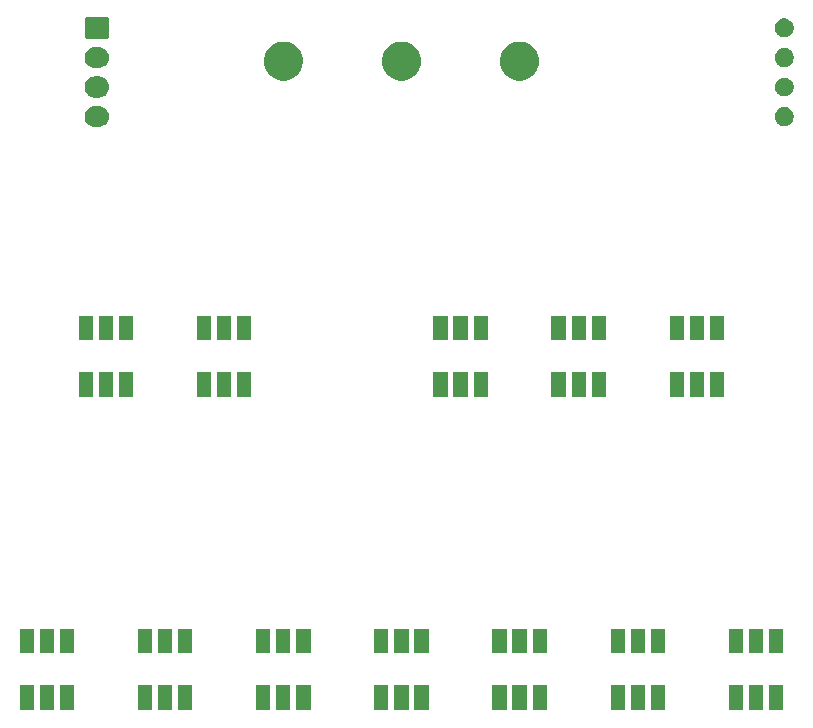
<source format=gbr>
G04 #@! TF.GenerationSoftware,KiCad,Pcbnew,(5.1.0)-1*
G04 #@! TF.CreationDate,2019-08-05T10:11:54+09:00*
G04 #@! TF.ProjectId,APA102,41504131-3032-42e6-9b69-6361645f7063,rev?*
G04 #@! TF.SameCoordinates,Original*
G04 #@! TF.FileFunction,Soldermask,Top*
G04 #@! TF.FilePolarity,Negative*
%FSLAX46Y46*%
G04 Gerber Fmt 4.6, Leading zero omitted, Abs format (unit mm)*
G04 Created by KiCad (PCBNEW (5.1.0)-1) date 2019-08-05 10:11:54*
%MOMM*%
%LPD*%
G04 APERTURE LIST*
%ADD10C,0.100000*%
G04 APERTURE END LIST*
D10*
G36*
X107301000Y-91451000D02*
G01*
X106099000Y-91451000D01*
X106099000Y-89349000D01*
X107301000Y-89349000D01*
X107301000Y-91451000D01*
X107301000Y-91451000D01*
G37*
G36*
X125601000Y-91451000D02*
G01*
X124399000Y-91451000D01*
X124399000Y-89349000D01*
X125601000Y-89349000D01*
X125601000Y-91451000D01*
X125601000Y-91451000D01*
G37*
G36*
X133901000Y-91451000D02*
G01*
X132699000Y-91451000D01*
X132699000Y-89349000D01*
X133901000Y-89349000D01*
X133901000Y-91451000D01*
X133901000Y-91451000D01*
G37*
G36*
X135601000Y-91451000D02*
G01*
X134399000Y-91451000D01*
X134399000Y-89349000D01*
X135601000Y-89349000D01*
X135601000Y-91451000D01*
X135601000Y-91451000D01*
G37*
G36*
X147301000Y-91451000D02*
G01*
X146099000Y-91451000D01*
X146099000Y-89349000D01*
X147301000Y-89349000D01*
X147301000Y-91451000D01*
X147301000Y-91451000D01*
G37*
G36*
X145601000Y-91451000D02*
G01*
X144399000Y-91451000D01*
X144399000Y-89349000D01*
X145601000Y-89349000D01*
X145601000Y-91451000D01*
X145601000Y-91451000D01*
G37*
G36*
X143901000Y-91451000D02*
G01*
X142699000Y-91451000D01*
X142699000Y-89349000D01*
X143901000Y-89349000D01*
X143901000Y-91451000D01*
X143901000Y-91451000D01*
G37*
G36*
X137301000Y-91451000D02*
G01*
X136099000Y-91451000D01*
X136099000Y-89349000D01*
X137301000Y-89349000D01*
X137301000Y-91451000D01*
X137301000Y-91451000D01*
G37*
G36*
X157301000Y-91451000D02*
G01*
X156099000Y-91451000D01*
X156099000Y-89349000D01*
X157301000Y-89349000D01*
X157301000Y-91451000D01*
X157301000Y-91451000D01*
G37*
G36*
X155601000Y-91451000D02*
G01*
X154399000Y-91451000D01*
X154399000Y-89349000D01*
X155601000Y-89349000D01*
X155601000Y-91451000D01*
X155601000Y-91451000D01*
G37*
G36*
X153901000Y-91451000D02*
G01*
X152699000Y-91451000D01*
X152699000Y-89349000D01*
X153901000Y-89349000D01*
X153901000Y-91451000D01*
X153901000Y-91451000D01*
G37*
G36*
X117301000Y-91451000D02*
G01*
X116099000Y-91451000D01*
X116099000Y-89349000D01*
X117301000Y-89349000D01*
X117301000Y-91451000D01*
X117301000Y-91451000D01*
G37*
G36*
X123901000Y-91451000D02*
G01*
X122699000Y-91451000D01*
X122699000Y-89349000D01*
X123901000Y-89349000D01*
X123901000Y-91451000D01*
X123901000Y-91451000D01*
G37*
G36*
X163901000Y-91451000D02*
G01*
X162699000Y-91451000D01*
X162699000Y-89349000D01*
X163901000Y-89349000D01*
X163901000Y-91451000D01*
X163901000Y-91451000D01*
G37*
G36*
X165601000Y-91451000D02*
G01*
X164399000Y-91451000D01*
X164399000Y-89349000D01*
X165601000Y-89349000D01*
X165601000Y-91451000D01*
X165601000Y-91451000D01*
G37*
G36*
X167301000Y-91451000D02*
G01*
X166099000Y-91451000D01*
X166099000Y-89349000D01*
X167301000Y-89349000D01*
X167301000Y-91451000D01*
X167301000Y-91451000D01*
G37*
G36*
X115601000Y-91451000D02*
G01*
X114399000Y-91451000D01*
X114399000Y-89349000D01*
X115601000Y-89349000D01*
X115601000Y-91451000D01*
X115601000Y-91451000D01*
G37*
G36*
X113901000Y-91451000D02*
G01*
X112699000Y-91451000D01*
X112699000Y-89349000D01*
X113901000Y-89349000D01*
X113901000Y-91451000D01*
X113901000Y-91451000D01*
G37*
G36*
X103901000Y-91451000D02*
G01*
X102699000Y-91451000D01*
X102699000Y-89349000D01*
X103901000Y-89349000D01*
X103901000Y-91451000D01*
X103901000Y-91451000D01*
G37*
G36*
X105601000Y-91451000D02*
G01*
X104399000Y-91451000D01*
X104399000Y-89349000D01*
X105601000Y-89349000D01*
X105601000Y-91451000D01*
X105601000Y-91451000D01*
G37*
G36*
X127301000Y-91451000D02*
G01*
X126099000Y-91451000D01*
X126099000Y-89349000D01*
X127301000Y-89349000D01*
X127301000Y-91451000D01*
X127301000Y-91451000D01*
G37*
G36*
X163901000Y-86651000D02*
G01*
X162699000Y-86651000D01*
X162699000Y-84549000D01*
X163901000Y-84549000D01*
X163901000Y-86651000D01*
X163901000Y-86651000D01*
G37*
G36*
X105601000Y-86651000D02*
G01*
X104399000Y-86651000D01*
X104399000Y-84549000D01*
X105601000Y-84549000D01*
X105601000Y-86651000D01*
X105601000Y-86651000D01*
G37*
G36*
X113901000Y-86651000D02*
G01*
X112699000Y-86651000D01*
X112699000Y-84549000D01*
X113901000Y-84549000D01*
X113901000Y-86651000D01*
X113901000Y-86651000D01*
G37*
G36*
X165601000Y-86651000D02*
G01*
X164399000Y-86651000D01*
X164399000Y-84549000D01*
X165601000Y-84549000D01*
X165601000Y-86651000D01*
X165601000Y-86651000D01*
G37*
G36*
X167301000Y-86651000D02*
G01*
X166099000Y-86651000D01*
X166099000Y-84549000D01*
X167301000Y-84549000D01*
X167301000Y-86651000D01*
X167301000Y-86651000D01*
G37*
G36*
X143901000Y-86651000D02*
G01*
X142699000Y-86651000D01*
X142699000Y-84549000D01*
X143901000Y-84549000D01*
X143901000Y-86651000D01*
X143901000Y-86651000D01*
G37*
G36*
X145601000Y-86651000D02*
G01*
X144399000Y-86651000D01*
X144399000Y-84549000D01*
X145601000Y-84549000D01*
X145601000Y-86651000D01*
X145601000Y-86651000D01*
G37*
G36*
X147301000Y-86651000D02*
G01*
X146099000Y-86651000D01*
X146099000Y-84549000D01*
X147301000Y-84549000D01*
X147301000Y-86651000D01*
X147301000Y-86651000D01*
G37*
G36*
X155601000Y-86651000D02*
G01*
X154399000Y-86651000D01*
X154399000Y-84549000D01*
X155601000Y-84549000D01*
X155601000Y-86651000D01*
X155601000Y-86651000D01*
G37*
G36*
X157301000Y-86651000D02*
G01*
X156099000Y-86651000D01*
X156099000Y-84549000D01*
X157301000Y-84549000D01*
X157301000Y-86651000D01*
X157301000Y-86651000D01*
G37*
G36*
X115601000Y-86651000D02*
G01*
X114399000Y-86651000D01*
X114399000Y-84549000D01*
X115601000Y-84549000D01*
X115601000Y-86651000D01*
X115601000Y-86651000D01*
G37*
G36*
X127301000Y-86651000D02*
G01*
X126099000Y-86651000D01*
X126099000Y-84549000D01*
X127301000Y-84549000D01*
X127301000Y-86651000D01*
X127301000Y-86651000D01*
G37*
G36*
X125601000Y-86651000D02*
G01*
X124399000Y-86651000D01*
X124399000Y-84549000D01*
X125601000Y-84549000D01*
X125601000Y-86651000D01*
X125601000Y-86651000D01*
G37*
G36*
X107301000Y-86651000D02*
G01*
X106099000Y-86651000D01*
X106099000Y-84549000D01*
X107301000Y-84549000D01*
X107301000Y-86651000D01*
X107301000Y-86651000D01*
G37*
G36*
X103901000Y-86651000D02*
G01*
X102699000Y-86651000D01*
X102699000Y-84549000D01*
X103901000Y-84549000D01*
X103901000Y-86651000D01*
X103901000Y-86651000D01*
G37*
G36*
X137301000Y-86651000D02*
G01*
X136099000Y-86651000D01*
X136099000Y-84549000D01*
X137301000Y-84549000D01*
X137301000Y-86651000D01*
X137301000Y-86651000D01*
G37*
G36*
X135601000Y-86651000D02*
G01*
X134399000Y-86651000D01*
X134399000Y-84549000D01*
X135601000Y-84549000D01*
X135601000Y-86651000D01*
X135601000Y-86651000D01*
G37*
G36*
X133901000Y-86651000D02*
G01*
X132699000Y-86651000D01*
X132699000Y-84549000D01*
X133901000Y-84549000D01*
X133901000Y-86651000D01*
X133901000Y-86651000D01*
G37*
G36*
X123901000Y-86651000D02*
G01*
X122699000Y-86651000D01*
X122699000Y-84549000D01*
X123901000Y-84549000D01*
X123901000Y-86651000D01*
X123901000Y-86651000D01*
G37*
G36*
X153901000Y-86651000D02*
G01*
X152699000Y-86651000D01*
X152699000Y-84549000D01*
X153901000Y-84549000D01*
X153901000Y-86651000D01*
X153901000Y-86651000D01*
G37*
G36*
X117301000Y-86651000D02*
G01*
X116099000Y-86651000D01*
X116099000Y-84549000D01*
X117301000Y-84549000D01*
X117301000Y-86651000D01*
X117301000Y-86651000D01*
G37*
G36*
X160601000Y-64951000D02*
G01*
X159399000Y-64951000D01*
X159399000Y-62849000D01*
X160601000Y-62849000D01*
X160601000Y-64951000D01*
X160601000Y-64951000D01*
G37*
G36*
X142301000Y-64951000D02*
G01*
X141099000Y-64951000D01*
X141099000Y-62849000D01*
X142301000Y-62849000D01*
X142301000Y-64951000D01*
X142301000Y-64951000D01*
G37*
G36*
X140601000Y-64951000D02*
G01*
X139399000Y-64951000D01*
X139399000Y-62849000D01*
X140601000Y-62849000D01*
X140601000Y-64951000D01*
X140601000Y-64951000D01*
G37*
G36*
X138901000Y-64951000D02*
G01*
X137699000Y-64951000D01*
X137699000Y-62849000D01*
X138901000Y-62849000D01*
X138901000Y-64951000D01*
X138901000Y-64951000D01*
G37*
G36*
X148901000Y-64951000D02*
G01*
X147699000Y-64951000D01*
X147699000Y-62849000D01*
X148901000Y-62849000D01*
X148901000Y-64951000D01*
X148901000Y-64951000D01*
G37*
G36*
X150601000Y-64951000D02*
G01*
X149399000Y-64951000D01*
X149399000Y-62849000D01*
X150601000Y-62849000D01*
X150601000Y-64951000D01*
X150601000Y-64951000D01*
G37*
G36*
X152301000Y-64951000D02*
G01*
X151099000Y-64951000D01*
X151099000Y-62849000D01*
X152301000Y-62849000D01*
X152301000Y-64951000D01*
X152301000Y-64951000D01*
G37*
G36*
X162301000Y-64951000D02*
G01*
X161099000Y-64951000D01*
X161099000Y-62849000D01*
X162301000Y-62849000D01*
X162301000Y-64951000D01*
X162301000Y-64951000D01*
G37*
G36*
X158901000Y-64951000D02*
G01*
X157699000Y-64951000D01*
X157699000Y-62849000D01*
X158901000Y-62849000D01*
X158901000Y-64951000D01*
X158901000Y-64951000D01*
G37*
G36*
X118901000Y-64951000D02*
G01*
X117699000Y-64951000D01*
X117699000Y-62849000D01*
X118901000Y-62849000D01*
X118901000Y-64951000D01*
X118901000Y-64951000D01*
G37*
G36*
X120601000Y-64951000D02*
G01*
X119399000Y-64951000D01*
X119399000Y-62849000D01*
X120601000Y-62849000D01*
X120601000Y-64951000D01*
X120601000Y-64951000D01*
G37*
G36*
X122301000Y-64951000D02*
G01*
X121099000Y-64951000D01*
X121099000Y-62849000D01*
X122301000Y-62849000D01*
X122301000Y-64951000D01*
X122301000Y-64951000D01*
G37*
G36*
X110601000Y-64951000D02*
G01*
X109399000Y-64951000D01*
X109399000Y-62849000D01*
X110601000Y-62849000D01*
X110601000Y-64951000D01*
X110601000Y-64951000D01*
G37*
G36*
X108901000Y-64951000D02*
G01*
X107699000Y-64951000D01*
X107699000Y-62849000D01*
X108901000Y-62849000D01*
X108901000Y-64951000D01*
X108901000Y-64951000D01*
G37*
G36*
X112301000Y-64951000D02*
G01*
X111099000Y-64951000D01*
X111099000Y-62849000D01*
X112301000Y-62849000D01*
X112301000Y-64951000D01*
X112301000Y-64951000D01*
G37*
G36*
X150601000Y-60151000D02*
G01*
X149399000Y-60151000D01*
X149399000Y-58049000D01*
X150601000Y-58049000D01*
X150601000Y-60151000D01*
X150601000Y-60151000D01*
G37*
G36*
X112301000Y-60151000D02*
G01*
X111099000Y-60151000D01*
X111099000Y-58049000D01*
X112301000Y-58049000D01*
X112301000Y-60151000D01*
X112301000Y-60151000D01*
G37*
G36*
X122301000Y-60151000D02*
G01*
X121099000Y-60151000D01*
X121099000Y-58049000D01*
X122301000Y-58049000D01*
X122301000Y-60151000D01*
X122301000Y-60151000D01*
G37*
G36*
X120601000Y-60151000D02*
G01*
X119399000Y-60151000D01*
X119399000Y-58049000D01*
X120601000Y-58049000D01*
X120601000Y-60151000D01*
X120601000Y-60151000D01*
G37*
G36*
X118901000Y-60151000D02*
G01*
X117699000Y-60151000D01*
X117699000Y-58049000D01*
X118901000Y-58049000D01*
X118901000Y-60151000D01*
X118901000Y-60151000D01*
G37*
G36*
X108901000Y-60151000D02*
G01*
X107699000Y-60151000D01*
X107699000Y-58049000D01*
X108901000Y-58049000D01*
X108901000Y-60151000D01*
X108901000Y-60151000D01*
G37*
G36*
X148901000Y-60151000D02*
G01*
X147699000Y-60151000D01*
X147699000Y-58049000D01*
X148901000Y-58049000D01*
X148901000Y-60151000D01*
X148901000Y-60151000D01*
G37*
G36*
X110601000Y-60151000D02*
G01*
X109399000Y-60151000D01*
X109399000Y-58049000D01*
X110601000Y-58049000D01*
X110601000Y-60151000D01*
X110601000Y-60151000D01*
G37*
G36*
X160601000Y-60151000D02*
G01*
X159399000Y-60151000D01*
X159399000Y-58049000D01*
X160601000Y-58049000D01*
X160601000Y-60151000D01*
X160601000Y-60151000D01*
G37*
G36*
X138901000Y-60151000D02*
G01*
X137699000Y-60151000D01*
X137699000Y-58049000D01*
X138901000Y-58049000D01*
X138901000Y-60151000D01*
X138901000Y-60151000D01*
G37*
G36*
X140601000Y-60151000D02*
G01*
X139399000Y-60151000D01*
X139399000Y-58049000D01*
X140601000Y-58049000D01*
X140601000Y-60151000D01*
X140601000Y-60151000D01*
G37*
G36*
X142301000Y-60151000D02*
G01*
X141099000Y-60151000D01*
X141099000Y-58049000D01*
X142301000Y-58049000D01*
X142301000Y-60151000D01*
X142301000Y-60151000D01*
G37*
G36*
X158901000Y-60151000D02*
G01*
X157699000Y-60151000D01*
X157699000Y-58049000D01*
X158901000Y-58049000D01*
X158901000Y-60151000D01*
X158901000Y-60151000D01*
G37*
G36*
X152301000Y-60151000D02*
G01*
X151099000Y-60151000D01*
X151099000Y-58049000D01*
X152301000Y-58049000D01*
X152301000Y-60151000D01*
X152301000Y-60151000D01*
G37*
G36*
X162301000Y-60151000D02*
G01*
X161099000Y-60151000D01*
X161099000Y-58049000D01*
X162301000Y-58049000D01*
X162301000Y-60151000D01*
X162301000Y-60151000D01*
G37*
G36*
X109435443Y-40305519D02*
G01*
X109501627Y-40312037D01*
X109671466Y-40363557D01*
X109827991Y-40447222D01*
X109863729Y-40476552D01*
X109965186Y-40559814D01*
X110048448Y-40661271D01*
X110077778Y-40697009D01*
X110161443Y-40853534D01*
X110212963Y-41023373D01*
X110230359Y-41200000D01*
X110212963Y-41376627D01*
X110161443Y-41546466D01*
X110077778Y-41702991D01*
X110048448Y-41738729D01*
X109965186Y-41840186D01*
X109863729Y-41923448D01*
X109827991Y-41952778D01*
X109671466Y-42036443D01*
X109501627Y-42087963D01*
X109435443Y-42094481D01*
X109369260Y-42101000D01*
X109030740Y-42101000D01*
X108964557Y-42094481D01*
X108898373Y-42087963D01*
X108728534Y-42036443D01*
X108572009Y-41952778D01*
X108536271Y-41923448D01*
X108434814Y-41840186D01*
X108351552Y-41738729D01*
X108322222Y-41702991D01*
X108238557Y-41546466D01*
X108187037Y-41376627D01*
X108169641Y-41200000D01*
X108187037Y-41023373D01*
X108238557Y-40853534D01*
X108322222Y-40697009D01*
X108351552Y-40661271D01*
X108434814Y-40559814D01*
X108536271Y-40476552D01*
X108572009Y-40447222D01*
X108728534Y-40363557D01*
X108898373Y-40312037D01*
X108964557Y-40305519D01*
X109030740Y-40299000D01*
X109369260Y-40299000D01*
X109435443Y-40305519D01*
X109435443Y-40305519D01*
G37*
G36*
X167633642Y-40429781D02*
G01*
X167779414Y-40490162D01*
X167779416Y-40490163D01*
X167910608Y-40577822D01*
X168022178Y-40689392D01*
X168109837Y-40820584D01*
X168109838Y-40820586D01*
X168170219Y-40966358D01*
X168201000Y-41121107D01*
X168201000Y-41278893D01*
X168170219Y-41433642D01*
X168109838Y-41579414D01*
X168109837Y-41579416D01*
X168022178Y-41710608D01*
X167910608Y-41822178D01*
X167779416Y-41909837D01*
X167779415Y-41909838D01*
X167779414Y-41909838D01*
X167633642Y-41970219D01*
X167478893Y-42001000D01*
X167321107Y-42001000D01*
X167166358Y-41970219D01*
X167020586Y-41909838D01*
X167020585Y-41909838D01*
X167020584Y-41909837D01*
X166889392Y-41822178D01*
X166777822Y-41710608D01*
X166690163Y-41579416D01*
X166690162Y-41579414D01*
X166629781Y-41433642D01*
X166599000Y-41278893D01*
X166599000Y-41121107D01*
X166629781Y-40966358D01*
X166690162Y-40820586D01*
X166690163Y-40820584D01*
X166777822Y-40689392D01*
X166889392Y-40577822D01*
X167020584Y-40490163D01*
X167020586Y-40490162D01*
X167166358Y-40429781D01*
X167321107Y-40399000D01*
X167478893Y-40399000D01*
X167633642Y-40429781D01*
X167633642Y-40429781D01*
G37*
G36*
X109435443Y-37805519D02*
G01*
X109501627Y-37812037D01*
X109671466Y-37863557D01*
X109827991Y-37947222D01*
X109863729Y-37976552D01*
X109965186Y-38059814D01*
X110040019Y-38151000D01*
X110077778Y-38197009D01*
X110161443Y-38353534D01*
X110212963Y-38523373D01*
X110230359Y-38700000D01*
X110212963Y-38876627D01*
X110161443Y-39046466D01*
X110077778Y-39202991D01*
X110048448Y-39238729D01*
X109965186Y-39340186D01*
X109863729Y-39423448D01*
X109827991Y-39452778D01*
X109671466Y-39536443D01*
X109501627Y-39587963D01*
X109435443Y-39594481D01*
X109369260Y-39601000D01*
X109030740Y-39601000D01*
X108964557Y-39594481D01*
X108898373Y-39587963D01*
X108728534Y-39536443D01*
X108572009Y-39452778D01*
X108536271Y-39423448D01*
X108434814Y-39340186D01*
X108351552Y-39238729D01*
X108322222Y-39202991D01*
X108238557Y-39046466D01*
X108187037Y-38876627D01*
X108169641Y-38700000D01*
X108187037Y-38523373D01*
X108238557Y-38353534D01*
X108322222Y-38197009D01*
X108359981Y-38151000D01*
X108434814Y-38059814D01*
X108536271Y-37976552D01*
X108572009Y-37947222D01*
X108728534Y-37863557D01*
X108898373Y-37812037D01*
X108964557Y-37805519D01*
X109030740Y-37799000D01*
X109369260Y-37799000D01*
X109435443Y-37805519D01*
X109435443Y-37805519D01*
G37*
G36*
X167633642Y-37929781D02*
G01*
X167779414Y-37990162D01*
X167779416Y-37990163D01*
X167910608Y-38077822D01*
X168022178Y-38189392D01*
X168109837Y-38320584D01*
X168109838Y-38320586D01*
X168170219Y-38466358D01*
X168201000Y-38621107D01*
X168201000Y-38778893D01*
X168170219Y-38933642D01*
X168109838Y-39079414D01*
X168109837Y-39079416D01*
X168022178Y-39210608D01*
X167910608Y-39322178D01*
X167779416Y-39409837D01*
X167779415Y-39409838D01*
X167779414Y-39409838D01*
X167633642Y-39470219D01*
X167478893Y-39501000D01*
X167321107Y-39501000D01*
X167166358Y-39470219D01*
X167020586Y-39409838D01*
X167020585Y-39409838D01*
X167020584Y-39409837D01*
X166889392Y-39322178D01*
X166777822Y-39210608D01*
X166690163Y-39079416D01*
X166690162Y-39079414D01*
X166629781Y-38933642D01*
X166599000Y-38778893D01*
X166599000Y-38621107D01*
X166629781Y-38466358D01*
X166690162Y-38320586D01*
X166690163Y-38320584D01*
X166777822Y-38189392D01*
X166889392Y-38077822D01*
X167020584Y-37990163D01*
X167020586Y-37990162D01*
X167166358Y-37929781D01*
X167321107Y-37899000D01*
X167478893Y-37899000D01*
X167633642Y-37929781D01*
X167633642Y-37929781D01*
G37*
G36*
X135375256Y-34891298D02*
G01*
X135481579Y-34912447D01*
X135782042Y-35036903D01*
X136052451Y-35217585D01*
X136282415Y-35447549D01*
X136463097Y-35717958D01*
X136565988Y-35966358D01*
X136587553Y-36018422D01*
X136651000Y-36337389D01*
X136651000Y-36662611D01*
X136619260Y-36822178D01*
X136587553Y-36981579D01*
X136463097Y-37282042D01*
X136282415Y-37552451D01*
X136052451Y-37782415D01*
X135782042Y-37963097D01*
X135481579Y-38087553D01*
X135375256Y-38108702D01*
X135162611Y-38151000D01*
X134837389Y-38151000D01*
X134624744Y-38108702D01*
X134518421Y-38087553D01*
X134217958Y-37963097D01*
X133947549Y-37782415D01*
X133717585Y-37552451D01*
X133536903Y-37282042D01*
X133412447Y-36981579D01*
X133380740Y-36822178D01*
X133349000Y-36662611D01*
X133349000Y-36337389D01*
X133412447Y-36018422D01*
X133434013Y-35966358D01*
X133536903Y-35717958D01*
X133717585Y-35447549D01*
X133947549Y-35217585D01*
X134217958Y-35036903D01*
X134518421Y-34912447D01*
X134624744Y-34891298D01*
X134837389Y-34849000D01*
X135162611Y-34849000D01*
X135375256Y-34891298D01*
X135375256Y-34891298D01*
G37*
G36*
X145375256Y-34891298D02*
G01*
X145481579Y-34912447D01*
X145782042Y-35036903D01*
X146052451Y-35217585D01*
X146282415Y-35447549D01*
X146463097Y-35717958D01*
X146565988Y-35966358D01*
X146587553Y-36018422D01*
X146651000Y-36337389D01*
X146651000Y-36662611D01*
X146619260Y-36822178D01*
X146587553Y-36981579D01*
X146463097Y-37282042D01*
X146282415Y-37552451D01*
X146052451Y-37782415D01*
X145782042Y-37963097D01*
X145481579Y-38087553D01*
X145375256Y-38108702D01*
X145162611Y-38151000D01*
X144837389Y-38151000D01*
X144624744Y-38108702D01*
X144518421Y-38087553D01*
X144217958Y-37963097D01*
X143947549Y-37782415D01*
X143717585Y-37552451D01*
X143536903Y-37282042D01*
X143412447Y-36981579D01*
X143380740Y-36822178D01*
X143349000Y-36662611D01*
X143349000Y-36337389D01*
X143412447Y-36018422D01*
X143434013Y-35966358D01*
X143536903Y-35717958D01*
X143717585Y-35447549D01*
X143947549Y-35217585D01*
X144217958Y-35036903D01*
X144518421Y-34912447D01*
X144624744Y-34891298D01*
X144837389Y-34849000D01*
X145162611Y-34849000D01*
X145375256Y-34891298D01*
X145375256Y-34891298D01*
G37*
G36*
X125375256Y-34891298D02*
G01*
X125481579Y-34912447D01*
X125782042Y-35036903D01*
X126052451Y-35217585D01*
X126282415Y-35447549D01*
X126463097Y-35717958D01*
X126565988Y-35966358D01*
X126587553Y-36018422D01*
X126651000Y-36337389D01*
X126651000Y-36662611D01*
X126619260Y-36822178D01*
X126587553Y-36981579D01*
X126463097Y-37282042D01*
X126282415Y-37552451D01*
X126052451Y-37782415D01*
X125782042Y-37963097D01*
X125481579Y-38087553D01*
X125375256Y-38108702D01*
X125162611Y-38151000D01*
X124837389Y-38151000D01*
X124624744Y-38108702D01*
X124518421Y-38087553D01*
X124217958Y-37963097D01*
X123947549Y-37782415D01*
X123717585Y-37552451D01*
X123536903Y-37282042D01*
X123412447Y-36981579D01*
X123380740Y-36822178D01*
X123349000Y-36662611D01*
X123349000Y-36337389D01*
X123412447Y-36018422D01*
X123434013Y-35966358D01*
X123536903Y-35717958D01*
X123717585Y-35447549D01*
X123947549Y-35217585D01*
X124217958Y-35036903D01*
X124518421Y-34912447D01*
X124624744Y-34891298D01*
X124837389Y-34849000D01*
X125162611Y-34849000D01*
X125375256Y-34891298D01*
X125375256Y-34891298D01*
G37*
G36*
X109435443Y-35305519D02*
G01*
X109501627Y-35312037D01*
X109671466Y-35363557D01*
X109827991Y-35447222D01*
X109863729Y-35476552D01*
X109965186Y-35559814D01*
X110048448Y-35661271D01*
X110077778Y-35697009D01*
X110161443Y-35853534D01*
X110212963Y-36023373D01*
X110230359Y-36200000D01*
X110212963Y-36376627D01*
X110161443Y-36546466D01*
X110077778Y-36702991D01*
X110048448Y-36738729D01*
X109965186Y-36840186D01*
X109863729Y-36923448D01*
X109827991Y-36952778D01*
X109671466Y-37036443D01*
X109501627Y-37087963D01*
X109435443Y-37094481D01*
X109369260Y-37101000D01*
X109030740Y-37101000D01*
X108964557Y-37094481D01*
X108898373Y-37087963D01*
X108728534Y-37036443D01*
X108572009Y-36952778D01*
X108536271Y-36923448D01*
X108434814Y-36840186D01*
X108351552Y-36738729D01*
X108322222Y-36702991D01*
X108238557Y-36546466D01*
X108187037Y-36376627D01*
X108169641Y-36200000D01*
X108187037Y-36023373D01*
X108238557Y-35853534D01*
X108322222Y-35697009D01*
X108351552Y-35661271D01*
X108434814Y-35559814D01*
X108536271Y-35476552D01*
X108572009Y-35447222D01*
X108728534Y-35363557D01*
X108898373Y-35312037D01*
X108964557Y-35305519D01*
X109030740Y-35299000D01*
X109369260Y-35299000D01*
X109435443Y-35305519D01*
X109435443Y-35305519D01*
G37*
G36*
X167633642Y-35429781D02*
G01*
X167779414Y-35490162D01*
X167779416Y-35490163D01*
X167910608Y-35577822D01*
X168022178Y-35689392D01*
X168041266Y-35717960D01*
X168109838Y-35820586D01*
X168170219Y-35966358D01*
X168201000Y-36121107D01*
X168201000Y-36278893D01*
X168170219Y-36433642D01*
X168109838Y-36579414D01*
X168109837Y-36579416D01*
X168022178Y-36710608D01*
X167910608Y-36822178D01*
X167779416Y-36909837D01*
X167779415Y-36909838D01*
X167779414Y-36909838D01*
X167633642Y-36970219D01*
X167478893Y-37001000D01*
X167321107Y-37001000D01*
X167166358Y-36970219D01*
X167020586Y-36909838D01*
X167020585Y-36909838D01*
X167020584Y-36909837D01*
X166889392Y-36822178D01*
X166777822Y-36710608D01*
X166690163Y-36579416D01*
X166690162Y-36579414D01*
X166629781Y-36433642D01*
X166599000Y-36278893D01*
X166599000Y-36121107D01*
X166629781Y-35966358D01*
X166690162Y-35820586D01*
X166758734Y-35717960D01*
X166777822Y-35689392D01*
X166889392Y-35577822D01*
X167020584Y-35490163D01*
X167020586Y-35490162D01*
X167166358Y-35429781D01*
X167321107Y-35399000D01*
X167478893Y-35399000D01*
X167633642Y-35429781D01*
X167633642Y-35429781D01*
G37*
G36*
X110083600Y-32802989D02*
G01*
X110116652Y-32813015D01*
X110147103Y-32829292D01*
X110173799Y-32851201D01*
X110195708Y-32877897D01*
X110211985Y-32908348D01*
X110222011Y-32941400D01*
X110226000Y-32981903D01*
X110226000Y-34418097D01*
X110222011Y-34458600D01*
X110211985Y-34491652D01*
X110195708Y-34522103D01*
X110173799Y-34548799D01*
X110147103Y-34570708D01*
X110116652Y-34586985D01*
X110083600Y-34597011D01*
X110043097Y-34601000D01*
X108356903Y-34601000D01*
X108316400Y-34597011D01*
X108283348Y-34586985D01*
X108252897Y-34570708D01*
X108226201Y-34548799D01*
X108204292Y-34522103D01*
X108188015Y-34491652D01*
X108177989Y-34458600D01*
X108174000Y-34418097D01*
X108174000Y-32981903D01*
X108177989Y-32941400D01*
X108188015Y-32908348D01*
X108204292Y-32877897D01*
X108226201Y-32851201D01*
X108252897Y-32829292D01*
X108283348Y-32813015D01*
X108316400Y-32802989D01*
X108356903Y-32799000D01*
X110043097Y-32799000D01*
X110083600Y-32802989D01*
X110083600Y-32802989D01*
G37*
G36*
X167633642Y-32929781D02*
G01*
X167759475Y-32981903D01*
X167779416Y-32990163D01*
X167910608Y-33077822D01*
X168022178Y-33189392D01*
X168109837Y-33320584D01*
X168109838Y-33320586D01*
X168170219Y-33466358D01*
X168201000Y-33621107D01*
X168201000Y-33778893D01*
X168170219Y-33933642D01*
X168109838Y-34079414D01*
X168109837Y-34079416D01*
X168022178Y-34210608D01*
X167910608Y-34322178D01*
X167779416Y-34409837D01*
X167779415Y-34409838D01*
X167779414Y-34409838D01*
X167633642Y-34470219D01*
X167478893Y-34501000D01*
X167321107Y-34501000D01*
X167166358Y-34470219D01*
X167020586Y-34409838D01*
X167020585Y-34409838D01*
X167020584Y-34409837D01*
X166889392Y-34322178D01*
X166777822Y-34210608D01*
X166690163Y-34079416D01*
X166690162Y-34079414D01*
X166629781Y-33933642D01*
X166599000Y-33778893D01*
X166599000Y-33621107D01*
X166629781Y-33466358D01*
X166690162Y-33320586D01*
X166690163Y-33320584D01*
X166777822Y-33189392D01*
X166889392Y-33077822D01*
X167020584Y-32990163D01*
X167040525Y-32981903D01*
X167166358Y-32929781D01*
X167321107Y-32899000D01*
X167478893Y-32899000D01*
X167633642Y-32929781D01*
X167633642Y-32929781D01*
G37*
M02*

</source>
